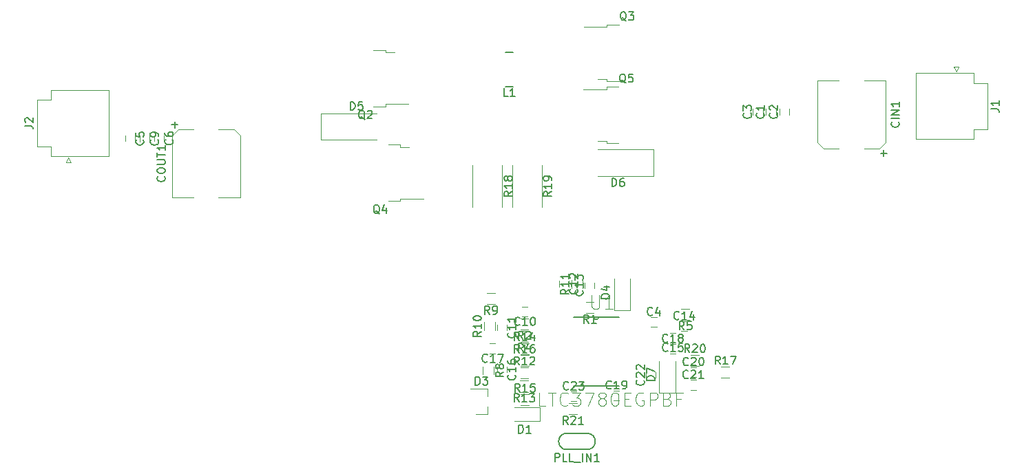
<source format=gbr>
G04 #@! TF.GenerationSoftware,KiCad,Pcbnew,(5.1.0-0)*
G04 #@! TF.CreationDate,2019-05-04T19:02:41+01:00*
G04 #@! TF.ProjectId,LTC3780,4c544333-3738-4302-9e6b-696361645f70,rev?*
G04 #@! TF.SameCoordinates,Original*
G04 #@! TF.FileFunction,Legend,Top*
G04 #@! TF.FilePolarity,Positive*
%FSLAX46Y46*%
G04 Gerber Fmt 4.6, Leading zero omitted, Abs format (unit mm)*
G04 Created by KiCad (PCBNEW (5.1.0-0)) date 2019-05-04 19:02:41*
%MOMM*%
%LPD*%
G04 APERTURE LIST*
%ADD10C,0.120000*%
%ADD11C,0.150000*%
%ADD12C,0.152400*%
%ADD13C,0.050000*%
G04 APERTURE END LIST*
D10*
X187015880Y-97870840D02*
X189015880Y-97870840D01*
X189015880Y-97870840D02*
X189015880Y-93970840D01*
X187015880Y-97870840D02*
X187015880Y-93970840D01*
X151891720Y-62621840D02*
X153391720Y-62621840D01*
X153391720Y-62621840D02*
X153391720Y-62351840D01*
X153391720Y-62351840D02*
X156221720Y-62351840D01*
X151891720Y-55721840D02*
X153391720Y-55721840D01*
X153391720Y-55721840D02*
X153391720Y-55991840D01*
X153391720Y-55991840D02*
X154491720Y-55991840D01*
X169923840Y-96388640D02*
X170923840Y-96388640D01*
X170923840Y-97748640D02*
X169923840Y-97748640D01*
X171007660Y-99432660D02*
X170007660Y-99432660D01*
X170007660Y-98072660D02*
X171007660Y-98072660D01*
D11*
X175661000Y-102852980D02*
X178161000Y-102852980D01*
X175661000Y-104852980D02*
X178161000Y-104852980D01*
X175661000Y-102852980D02*
G75*
G03X175661000Y-104852980I0J-1000000D01*
G01*
X178161000Y-104852980D02*
G75*
G03X178161000Y-102852980I0J1000000D01*
G01*
X169084960Y-60202500D02*
X168094960Y-60202500D01*
X169084960Y-56002500D02*
X168094960Y-56002500D01*
D10*
X119316520Y-68737380D02*
X112276520Y-68737380D01*
X112276520Y-68737380D02*
X112276520Y-67537380D01*
X112276520Y-67537380D02*
X110576520Y-67537380D01*
X110576520Y-67537380D02*
X110576520Y-61837380D01*
X110576520Y-61837380D02*
X112276520Y-61837380D01*
X112276520Y-61837380D02*
X112276520Y-60637380D01*
X112276520Y-60637380D02*
X119316520Y-60637380D01*
X119316520Y-60637380D02*
X119316520Y-68737380D01*
X114396520Y-68937380D02*
X114696520Y-69537380D01*
X114696520Y-69537380D02*
X114096520Y-69537380D01*
X114096520Y-69537380D02*
X114396520Y-68937380D01*
X218617780Y-58539480D02*
X225657780Y-58539480D01*
X225657780Y-58539480D02*
X225657780Y-59739480D01*
X225657780Y-59739480D02*
X227357780Y-59739480D01*
X227357780Y-59739480D02*
X227357780Y-65439480D01*
X227357780Y-65439480D02*
X225657780Y-65439480D01*
X225657780Y-65439480D02*
X225657780Y-66639480D01*
X225657780Y-66639480D02*
X218617780Y-66639480D01*
X218617780Y-66639480D02*
X218617780Y-58539480D01*
X223537780Y-58339480D02*
X223237780Y-57739480D01*
X223237780Y-57739480D02*
X223837780Y-57739480D01*
X223837780Y-57739480D02*
X223537780Y-58339480D01*
X186352260Y-71167260D02*
X186352260Y-67867260D01*
X186352260Y-67867260D02*
X179452260Y-67867260D01*
X186352260Y-71167260D02*
X179452260Y-71167260D01*
X145388880Y-63457820D02*
X145388880Y-66757820D01*
X145388880Y-66757820D02*
X152288880Y-66757820D01*
X145388880Y-63457820D02*
X152288880Y-63457820D01*
X181468520Y-87754020D02*
X183468520Y-87754020D01*
X183468520Y-87754020D02*
X183468520Y-83854020D01*
X181468520Y-87754020D02*
X181468520Y-83854020D01*
X165928580Y-100535860D02*
X165928580Y-99605860D01*
X165928580Y-97375860D02*
X165928580Y-98305860D01*
X165928580Y-97375860D02*
X163768580Y-97375860D01*
X165928580Y-100535860D02*
X164468580Y-100535860D01*
X172387340Y-101380660D02*
X172387340Y-99680660D01*
X172387340Y-99680660D02*
X169237340Y-99680660D01*
X172387340Y-101380660D02*
X169237340Y-101380660D01*
D12*
X179578000Y-88544400D02*
G75*
G02X178968400Y-88544400I-304800J0D01*
G01*
X178968400Y-88544400D02*
X176479200Y-88544400D01*
X179578000Y-88544400D02*
X178968400Y-88544400D01*
X182067200Y-88544400D02*
X179578000Y-88544400D01*
X176479200Y-97028000D02*
X182067200Y-97028000D01*
D10*
X175936020Y-99162320D02*
X176936020Y-99162320D01*
X176936020Y-100522320D02*
X175936020Y-100522320D01*
X191899160Y-94566020D02*
X190899160Y-94566020D01*
X190899160Y-93206020D02*
X191899160Y-93206020D01*
X168926420Y-75056340D02*
X168926420Y-69856340D01*
X172566420Y-69856340D02*
X172566420Y-75056340D01*
X164090260Y-75045880D02*
X164090260Y-69845880D01*
X167730260Y-69845880D02*
X167730260Y-75045880D01*
X195643120Y-96031600D02*
X194643120Y-96031600D01*
X194643120Y-94671600D02*
X195643120Y-94671600D01*
X170972100Y-94609200D02*
X169972100Y-94609200D01*
X169972100Y-93249200D02*
X170972100Y-93249200D01*
X170972100Y-93123300D02*
X169972100Y-93123300D01*
X169972100Y-91763300D02*
X170972100Y-91763300D01*
X170954320Y-96120500D02*
X169954320Y-96120500D01*
X169954320Y-94760500D02*
X170954320Y-94760500D01*
X177613860Y-84003260D02*
X177613860Y-85003260D01*
X176253860Y-85003260D02*
X176253860Y-84003260D01*
X166831560Y-89177240D02*
X166831560Y-90177240D01*
X165471560Y-90177240D02*
X165471560Y-89177240D01*
X165826820Y-85608880D02*
X166826820Y-85608880D01*
X166826820Y-86968880D02*
X165826820Y-86968880D01*
X165324240Y-95630620D02*
X165324240Y-94630620D01*
X166684240Y-94630620D02*
X166684240Y-95630620D01*
X189738380Y-87518960D02*
X190738380Y-87518960D01*
X190738380Y-88878960D02*
X189738380Y-88878960D01*
X169949240Y-90236760D02*
X170949240Y-90236760D01*
X170949240Y-91596760D02*
X169949240Y-91596760D01*
X169944160Y-88725460D02*
X170944160Y-88725460D01*
X170944160Y-90085460D02*
X169944160Y-90085460D01*
X177998500Y-86708700D02*
X178998500Y-86708700D01*
X178998500Y-88068700D02*
X177998500Y-88068700D01*
X127862600Y-65456800D02*
X129782600Y-65456800D01*
X134722600Y-65456800D02*
X132802600Y-65456800D01*
X127102600Y-73836800D02*
X129782600Y-73836800D01*
X135482600Y-73836800D02*
X132802600Y-73836800D01*
X127102600Y-73836800D02*
X127102600Y-66216800D01*
X127102600Y-66216800D02*
X127862600Y-65456800D01*
X134722600Y-65456800D02*
X135482600Y-66216800D01*
X135482600Y-66216800D02*
X135482600Y-73836800D01*
X214832200Y-59424300D02*
X212202200Y-59424300D01*
X206452200Y-59424300D02*
X209082200Y-59424300D01*
X207212200Y-67804300D02*
X209082200Y-67804300D01*
X214072200Y-67804300D02*
X212202200Y-67804300D01*
X214832200Y-59424300D02*
X214832200Y-67044300D01*
X214832200Y-67044300D02*
X214072200Y-67804300D01*
X207212200Y-67804300D02*
X206452200Y-67044300D01*
X206452200Y-67044300D02*
X206452200Y-59424300D01*
X176149520Y-97698000D02*
X176849520Y-97698000D01*
X176849520Y-98898000D02*
X176149520Y-98898000D01*
X185394040Y-96024180D02*
X185394040Y-95324180D01*
X186594040Y-95324180D02*
X186594040Y-96024180D01*
X190861200Y-96301000D02*
X191561200Y-96301000D01*
X191561200Y-97501000D02*
X190861200Y-97501000D01*
X190886600Y-94726200D02*
X191586600Y-94726200D01*
X191586600Y-95926200D02*
X190886600Y-95926200D01*
X181417480Y-97593860D02*
X182117480Y-97593860D01*
X182117480Y-98793860D02*
X181417480Y-98793860D01*
X188344060Y-91850920D02*
X189044060Y-91850920D01*
X189044060Y-93050920D02*
X188344060Y-93050920D01*
X166885100Y-93012820D02*
X166185100Y-93012820D01*
X166185100Y-91812820D02*
X166885100Y-91812820D01*
X168275560Y-94676480D02*
X168275560Y-95376480D01*
X167075560Y-95376480D02*
X167075560Y-94676480D01*
X189056760Y-91666620D02*
X188356760Y-91666620D01*
X188356760Y-90466620D02*
X189056760Y-90466620D01*
X189746140Y-89062000D02*
X190446140Y-89062000D01*
X190446140Y-90262000D02*
X189746140Y-90262000D01*
X177865480Y-84987880D02*
X177865480Y-84287880D01*
X179065480Y-84287880D02*
X179065480Y-84987880D01*
X175903180Y-84110080D02*
X175903180Y-84810080D01*
X174703180Y-84810080D02*
X174703180Y-84110080D01*
X168267940Y-89479640D02*
X168267940Y-90179640D01*
X167067940Y-90179640D02*
X167067940Y-89479640D01*
X170860200Y-88463680D02*
X170160200Y-88463680D01*
X170160200Y-87263680D02*
X170860200Y-87263680D01*
X124371660Y-66233560D02*
X124371660Y-66933560D01*
X123171660Y-66933560D02*
X123171660Y-66233560D01*
X126147120Y-66190380D02*
X126147120Y-66890380D01*
X124947120Y-66890380D02*
X124947120Y-66190380D01*
X122568260Y-66225940D02*
X122568260Y-66925940D01*
X121368260Y-66925940D02*
X121368260Y-66225940D01*
X186009800Y-88556540D02*
X186709800Y-88556540D01*
X186709800Y-89756540D02*
X186009800Y-89756540D01*
X198558860Y-63636640D02*
X198558860Y-62936640D01*
X199758860Y-62936640D02*
X199758860Y-63636640D01*
X201782120Y-63634100D02*
X201782120Y-62934100D01*
X202982120Y-62934100D02*
X202982120Y-63634100D01*
X200156520Y-63634100D02*
X200156520Y-62934100D01*
X201356520Y-62934100D02*
X201356520Y-63634100D01*
X180603040Y-59225100D02*
X179503040Y-59225100D01*
X180603040Y-59495100D02*
X180603040Y-59225100D01*
X182103040Y-59495100D02*
X180603040Y-59495100D01*
X180603040Y-52865100D02*
X177773040Y-52865100D01*
X180603040Y-52595100D02*
X180603040Y-52865100D01*
X182103040Y-52595100D02*
X180603040Y-52595100D01*
X155200200Y-67612340D02*
X156300200Y-67612340D01*
X155200200Y-67342340D02*
X155200200Y-67612340D01*
X153700200Y-67342340D02*
X155200200Y-67342340D01*
X155200200Y-73972340D02*
X158030200Y-73972340D01*
X155200200Y-74242340D02*
X155200200Y-73972340D01*
X153700200Y-74242340D02*
X155200200Y-74242340D01*
X182027420Y-60230340D02*
X180527420Y-60230340D01*
X180527420Y-60230340D02*
X180527420Y-60500340D01*
X180527420Y-60500340D02*
X177697420Y-60500340D01*
X182027420Y-67130340D02*
X180527420Y-67130340D01*
X180527420Y-67130340D02*
X180527420Y-66860340D01*
X180527420Y-66860340D02*
X179427420Y-66860340D01*
D11*
X186468260Y-96358935D02*
X185468260Y-96358935D01*
X185468260Y-96120840D01*
X185515880Y-95977982D01*
X185611118Y-95882744D01*
X185706356Y-95835125D01*
X185896832Y-95787506D01*
X186039689Y-95787506D01*
X186230165Y-95835125D01*
X186325403Y-95882744D01*
X186420641Y-95977982D01*
X186468260Y-96120840D01*
X186468260Y-96358935D01*
X185468260Y-95454173D02*
X185468260Y-94787506D01*
X186468260Y-95216078D01*
X150826481Y-64219459D02*
X150731243Y-64171840D01*
X150636005Y-64076601D01*
X150493148Y-63933744D01*
X150397910Y-63886125D01*
X150302672Y-63886125D01*
X150350291Y-64124220D02*
X150255053Y-64076601D01*
X150159815Y-63981363D01*
X150112196Y-63790887D01*
X150112196Y-63457554D01*
X150159815Y-63267078D01*
X150255053Y-63171840D01*
X150350291Y-63124220D01*
X150540767Y-63124220D01*
X150636005Y-63171840D01*
X150731243Y-63267078D01*
X150778862Y-63457554D01*
X150778862Y-63790887D01*
X150731243Y-63981363D01*
X150636005Y-64076601D01*
X150540767Y-64124220D01*
X150350291Y-64124220D01*
X151159815Y-63219459D02*
X151207434Y-63171840D01*
X151302672Y-63124220D01*
X151540767Y-63124220D01*
X151636005Y-63171840D01*
X151683624Y-63219459D01*
X151731243Y-63314697D01*
X151731243Y-63409935D01*
X151683624Y-63552792D01*
X151112196Y-64124220D01*
X151731243Y-64124220D01*
X169780982Y-98971020D02*
X169447649Y-98494830D01*
X169209554Y-98971020D02*
X169209554Y-97971020D01*
X169590506Y-97971020D01*
X169685744Y-98018640D01*
X169733363Y-98066259D01*
X169780982Y-98161497D01*
X169780982Y-98304354D01*
X169733363Y-98399592D01*
X169685744Y-98447211D01*
X169590506Y-98494830D01*
X169209554Y-98494830D01*
X170733363Y-98971020D02*
X170161935Y-98971020D01*
X170447649Y-98971020D02*
X170447649Y-97971020D01*
X170352411Y-98113878D01*
X170257173Y-98209116D01*
X170161935Y-98256735D01*
X171066697Y-97971020D02*
X171685744Y-97971020D01*
X171352411Y-98351973D01*
X171495268Y-98351973D01*
X171590506Y-98399592D01*
X171638125Y-98447211D01*
X171685744Y-98542449D01*
X171685744Y-98780544D01*
X171638125Y-98875782D01*
X171590506Y-98923401D01*
X171495268Y-98971020D01*
X171209554Y-98971020D01*
X171114316Y-98923401D01*
X171066697Y-98875782D01*
X169864802Y-97755040D02*
X169531469Y-97278850D01*
X169293374Y-97755040D02*
X169293374Y-96755040D01*
X169674326Y-96755040D01*
X169769564Y-96802660D01*
X169817183Y-96850279D01*
X169864802Y-96945517D01*
X169864802Y-97088374D01*
X169817183Y-97183612D01*
X169769564Y-97231231D01*
X169674326Y-97278850D01*
X169293374Y-97278850D01*
X170817183Y-97755040D02*
X170245755Y-97755040D01*
X170531469Y-97755040D02*
X170531469Y-96755040D01*
X170436231Y-96897898D01*
X170340993Y-96993136D01*
X170245755Y-97040755D01*
X171721945Y-96755040D02*
X171245755Y-96755040D01*
X171198136Y-97231231D01*
X171245755Y-97183612D01*
X171340993Y-97135993D01*
X171579088Y-97135993D01*
X171674326Y-97183612D01*
X171721945Y-97231231D01*
X171769564Y-97326469D01*
X171769564Y-97564564D01*
X171721945Y-97659802D01*
X171674326Y-97707421D01*
X171579088Y-97755040D01*
X171340993Y-97755040D01*
X171245755Y-97707421D01*
X171198136Y-97659802D01*
X174220523Y-106305360D02*
X174220523Y-105305360D01*
X174601476Y-105305360D01*
X174696714Y-105352980D01*
X174744333Y-105400599D01*
X174791952Y-105495837D01*
X174791952Y-105638694D01*
X174744333Y-105733932D01*
X174696714Y-105781551D01*
X174601476Y-105829170D01*
X174220523Y-105829170D01*
X175696714Y-106305360D02*
X175220523Y-106305360D01*
X175220523Y-105305360D01*
X176506238Y-106305360D02*
X176030047Y-106305360D01*
X176030047Y-105305360D01*
X176601476Y-106400599D02*
X177363380Y-106400599D01*
X177601476Y-106305360D02*
X177601476Y-105305360D01*
X178077666Y-106305360D02*
X178077666Y-105305360D01*
X178649095Y-106305360D01*
X178649095Y-105305360D01*
X179649095Y-106305360D02*
X179077666Y-106305360D01*
X179363380Y-106305360D02*
X179363380Y-105305360D01*
X179268142Y-105448218D01*
X179172904Y-105543456D01*
X179077666Y-105591075D01*
X168423293Y-61404880D02*
X167947102Y-61404880D01*
X167947102Y-60404880D01*
X169280436Y-61404880D02*
X168709007Y-61404880D01*
X168994721Y-61404880D02*
X168994721Y-60404880D01*
X168899483Y-60547738D01*
X168804245Y-60642976D01*
X168709007Y-60690595D01*
X109048900Y-65020713D02*
X109763186Y-65020713D01*
X109906043Y-65068332D01*
X110001281Y-65163570D01*
X110048900Y-65306427D01*
X110048900Y-65401665D01*
X109144139Y-64592141D02*
X109096520Y-64544522D01*
X109048900Y-64449284D01*
X109048900Y-64211189D01*
X109096520Y-64115951D01*
X109144139Y-64068332D01*
X109239377Y-64020713D01*
X109334615Y-64020713D01*
X109477472Y-64068332D01*
X110048900Y-64639760D01*
X110048900Y-64020713D01*
X227790160Y-62922813D02*
X228504446Y-62922813D01*
X228647303Y-62970432D01*
X228742541Y-63065670D01*
X228790160Y-63208527D01*
X228790160Y-63303765D01*
X228790160Y-61922813D02*
X228790160Y-62494241D01*
X228790160Y-62208527D02*
X227790160Y-62208527D01*
X227933018Y-62303765D01*
X228028256Y-62399003D01*
X228075875Y-62494241D01*
X181214164Y-72469640D02*
X181214164Y-71469640D01*
X181452260Y-71469640D01*
X181595117Y-71517260D01*
X181690355Y-71612498D01*
X181737974Y-71707736D01*
X181785593Y-71898212D01*
X181785593Y-72041069D01*
X181737974Y-72231545D01*
X181690355Y-72326783D01*
X181595117Y-72422021D01*
X181452260Y-72469640D01*
X181214164Y-72469640D01*
X182642736Y-71469640D02*
X182452260Y-71469640D01*
X182357021Y-71517260D01*
X182309402Y-71564879D01*
X182214164Y-71707736D01*
X182166545Y-71898212D01*
X182166545Y-72279164D01*
X182214164Y-72374402D01*
X182261783Y-72422021D01*
X182357021Y-72469640D01*
X182547498Y-72469640D01*
X182642736Y-72422021D01*
X182690355Y-72374402D01*
X182737974Y-72279164D01*
X182737974Y-72041069D01*
X182690355Y-71945831D01*
X182642736Y-71898212D01*
X182547498Y-71850593D01*
X182357021Y-71850593D01*
X182261783Y-71898212D01*
X182214164Y-71945831D01*
X182166545Y-72041069D01*
X149050784Y-63060200D02*
X149050784Y-62060200D01*
X149288880Y-62060200D01*
X149431737Y-62107820D01*
X149526975Y-62203058D01*
X149574594Y-62298296D01*
X149622213Y-62488772D01*
X149622213Y-62631629D01*
X149574594Y-62822105D01*
X149526975Y-62917343D01*
X149431737Y-63012581D01*
X149288880Y-63060200D01*
X149050784Y-63060200D01*
X150526975Y-62060200D02*
X150050784Y-62060200D01*
X150003165Y-62536391D01*
X150050784Y-62488772D01*
X150146022Y-62441153D01*
X150384118Y-62441153D01*
X150479356Y-62488772D01*
X150526975Y-62536391D01*
X150574594Y-62631629D01*
X150574594Y-62869724D01*
X150526975Y-62964962D01*
X150479356Y-63012581D01*
X150384118Y-63060200D01*
X150146022Y-63060200D01*
X150050784Y-63012581D01*
X150003165Y-62964962D01*
X180920900Y-86242115D02*
X179920900Y-86242115D01*
X179920900Y-86004020D01*
X179968520Y-85861162D01*
X180063758Y-85765924D01*
X180158996Y-85718305D01*
X180349472Y-85670686D01*
X180492329Y-85670686D01*
X180682805Y-85718305D01*
X180778043Y-85765924D01*
X180873281Y-85861162D01*
X180920900Y-86004020D01*
X180920900Y-86242115D01*
X180254234Y-84813543D02*
X180920900Y-84813543D01*
X179873281Y-85051639D02*
X180587567Y-85289734D01*
X180587567Y-84670686D01*
X164430484Y-96908240D02*
X164430484Y-95908240D01*
X164668580Y-95908240D01*
X164811437Y-95955860D01*
X164906675Y-96051098D01*
X164954294Y-96146336D01*
X165001913Y-96336812D01*
X165001913Y-96479669D01*
X164954294Y-96670145D01*
X164906675Y-96765383D01*
X164811437Y-96860621D01*
X164668580Y-96908240D01*
X164430484Y-96908240D01*
X165335246Y-95908240D02*
X165954294Y-95908240D01*
X165620960Y-96289193D01*
X165763818Y-96289193D01*
X165859056Y-96336812D01*
X165906675Y-96384431D01*
X165954294Y-96479669D01*
X165954294Y-96717764D01*
X165906675Y-96813002D01*
X165859056Y-96860621D01*
X165763818Y-96908240D01*
X165478103Y-96908240D01*
X165382865Y-96860621D01*
X165335246Y-96813002D01*
X169749244Y-102833040D02*
X169749244Y-101833040D01*
X169987340Y-101833040D01*
X170130197Y-101880660D01*
X170225435Y-101975898D01*
X170273054Y-102071136D01*
X170320673Y-102261612D01*
X170320673Y-102404469D01*
X170273054Y-102594945D01*
X170225435Y-102690183D01*
X170130197Y-102785421D01*
X169987340Y-102833040D01*
X169749244Y-102833040D01*
X171273054Y-102833040D02*
X170701625Y-102833040D01*
X170987340Y-102833040D02*
X170987340Y-101833040D01*
X170892101Y-101975898D01*
X170796863Y-102071136D01*
X170701625Y-102118755D01*
D13*
X178734463Y-85888288D02*
X178734463Y-87216951D01*
X178812620Y-87373265D01*
X178890776Y-87451421D01*
X179047090Y-87529578D01*
X179359716Y-87529578D01*
X179516030Y-87451421D01*
X179594186Y-87373265D01*
X179672343Y-87216951D01*
X179672343Y-85888288D01*
X181313633Y-87529578D02*
X180375753Y-87529578D01*
X180844693Y-87529578D02*
X180844693Y-85888288D01*
X180688380Y-86122758D01*
X180532066Y-86279071D01*
X180375753Y-86357228D01*
X173056530Y-99475550D02*
X172275130Y-99475550D01*
X172275130Y-97834610D01*
X173369090Y-97834610D02*
X174306770Y-97834610D01*
X173837930Y-99475550D02*
X173837930Y-97834610D01*
X175791430Y-99319270D02*
X175713290Y-99397410D01*
X175478870Y-99475550D01*
X175322590Y-99475550D01*
X175088170Y-99397410D01*
X174931890Y-99241130D01*
X174853750Y-99084850D01*
X174775610Y-98772290D01*
X174775610Y-98537870D01*
X174853750Y-98225310D01*
X174931890Y-98069030D01*
X175088170Y-97912750D01*
X175322590Y-97834610D01*
X175478870Y-97834610D01*
X175713290Y-97912750D01*
X175791430Y-97990890D01*
X176338410Y-97834610D02*
X177354230Y-97834610D01*
X176807250Y-98459730D01*
X177041670Y-98459730D01*
X177197950Y-98537870D01*
X177276090Y-98616010D01*
X177354230Y-98772290D01*
X177354230Y-99162990D01*
X177276090Y-99319270D01*
X177197950Y-99397410D01*
X177041670Y-99475550D01*
X176572830Y-99475550D01*
X176416550Y-99397410D01*
X176338410Y-99319270D01*
X177901210Y-97834610D02*
X178995170Y-97834610D01*
X178291910Y-99475550D01*
X179854710Y-98537870D02*
X179698430Y-98459730D01*
X179620290Y-98381590D01*
X179542150Y-98225310D01*
X179542150Y-98147170D01*
X179620290Y-97990890D01*
X179698430Y-97912750D01*
X179854710Y-97834610D01*
X180167270Y-97834610D01*
X180323550Y-97912750D01*
X180401690Y-97990890D01*
X180479830Y-98147170D01*
X180479830Y-98225310D01*
X180401690Y-98381590D01*
X180323550Y-98459730D01*
X180167270Y-98537870D01*
X179854710Y-98537870D01*
X179698430Y-98616010D01*
X179620290Y-98694150D01*
X179542150Y-98850430D01*
X179542150Y-99162990D01*
X179620290Y-99319270D01*
X179698430Y-99397410D01*
X179854710Y-99475550D01*
X180167270Y-99475550D01*
X180323550Y-99397410D01*
X180401690Y-99319270D01*
X180479830Y-99162990D01*
X180479830Y-98850430D01*
X180401690Y-98694150D01*
X180323550Y-98616010D01*
X180167270Y-98537870D01*
X181495650Y-97834610D02*
X181651930Y-97834610D01*
X181808210Y-97912750D01*
X181886350Y-97990890D01*
X181964490Y-98147170D01*
X182042630Y-98459730D01*
X182042630Y-98850430D01*
X181964490Y-99162990D01*
X181886350Y-99319270D01*
X181808210Y-99397410D01*
X181651930Y-99475550D01*
X181495650Y-99475550D01*
X181339370Y-99397410D01*
X181261230Y-99319270D01*
X181183090Y-99162990D01*
X181104950Y-98850430D01*
X181104950Y-98459730D01*
X181183090Y-98147170D01*
X181261230Y-97990890D01*
X181339370Y-97912750D01*
X181495650Y-97834610D01*
X182745890Y-98616010D02*
X183292870Y-98616010D01*
X183527290Y-99475550D02*
X182745890Y-99475550D01*
X182745890Y-97834610D01*
X183527290Y-97834610D01*
X185090090Y-97912750D02*
X184933810Y-97834610D01*
X184699390Y-97834610D01*
X184464970Y-97912750D01*
X184308690Y-98069030D01*
X184230550Y-98225310D01*
X184152410Y-98537870D01*
X184152410Y-98772290D01*
X184230550Y-99084850D01*
X184308690Y-99241130D01*
X184464970Y-99397410D01*
X184699390Y-99475550D01*
X184855670Y-99475550D01*
X185090090Y-99397410D01*
X185168230Y-99319270D01*
X185168230Y-98772290D01*
X184855670Y-98772290D01*
X185871490Y-99475550D02*
X185871490Y-97834610D01*
X186496610Y-97834610D01*
X186652890Y-97912750D01*
X186731030Y-97990890D01*
X186809170Y-98147170D01*
X186809170Y-98381590D01*
X186731030Y-98537870D01*
X186652890Y-98616010D01*
X186496610Y-98694150D01*
X185871490Y-98694150D01*
X188059410Y-98616010D02*
X188293830Y-98694150D01*
X188371970Y-98772290D01*
X188450110Y-98928570D01*
X188450110Y-99162990D01*
X188371970Y-99319270D01*
X188293830Y-99397410D01*
X188137550Y-99475550D01*
X187512430Y-99475550D01*
X187512430Y-97834610D01*
X188059410Y-97834610D01*
X188215690Y-97912750D01*
X188293830Y-97990890D01*
X188371970Y-98147170D01*
X188371970Y-98303450D01*
X188293830Y-98459730D01*
X188215690Y-98537870D01*
X188059410Y-98616010D01*
X187512430Y-98616010D01*
X189700350Y-98616010D02*
X189153370Y-98616010D01*
X189153370Y-99475550D02*
X189153370Y-97834610D01*
X189934770Y-97834610D01*
D11*
X175793162Y-101744700D02*
X175459829Y-101268510D01*
X175221734Y-101744700D02*
X175221734Y-100744700D01*
X175602686Y-100744700D01*
X175697924Y-100792320D01*
X175745543Y-100839939D01*
X175793162Y-100935177D01*
X175793162Y-101078034D01*
X175745543Y-101173272D01*
X175697924Y-101220891D01*
X175602686Y-101268510D01*
X175221734Y-101268510D01*
X176174115Y-100839939D02*
X176221734Y-100792320D01*
X176316972Y-100744700D01*
X176555067Y-100744700D01*
X176650305Y-100792320D01*
X176697924Y-100839939D01*
X176745543Y-100935177D01*
X176745543Y-101030415D01*
X176697924Y-101173272D01*
X176126496Y-101744700D01*
X176745543Y-101744700D01*
X177697924Y-101744700D02*
X177126496Y-101744700D01*
X177412210Y-101744700D02*
X177412210Y-100744700D01*
X177316972Y-100887558D01*
X177221734Y-100982796D01*
X177126496Y-101030415D01*
X190756302Y-92888400D02*
X190422969Y-92412210D01*
X190184874Y-92888400D02*
X190184874Y-91888400D01*
X190565826Y-91888400D01*
X190661064Y-91936020D01*
X190708683Y-91983639D01*
X190756302Y-92078877D01*
X190756302Y-92221734D01*
X190708683Y-92316972D01*
X190661064Y-92364591D01*
X190565826Y-92412210D01*
X190184874Y-92412210D01*
X191137255Y-91983639D02*
X191184874Y-91936020D01*
X191280112Y-91888400D01*
X191518207Y-91888400D01*
X191613445Y-91936020D01*
X191661064Y-91983639D01*
X191708683Y-92078877D01*
X191708683Y-92174115D01*
X191661064Y-92316972D01*
X191089636Y-92888400D01*
X191708683Y-92888400D01*
X192327731Y-91888400D02*
X192422969Y-91888400D01*
X192518207Y-91936020D01*
X192565826Y-91983639D01*
X192613445Y-92078877D01*
X192661064Y-92269353D01*
X192661064Y-92507448D01*
X192613445Y-92697924D01*
X192565826Y-92793162D01*
X192518207Y-92840781D01*
X192422969Y-92888400D01*
X192327731Y-92888400D01*
X192232493Y-92840781D01*
X192184874Y-92793162D01*
X192137255Y-92697924D01*
X192089636Y-92507448D01*
X192089636Y-92269353D01*
X192137255Y-92078877D01*
X192184874Y-91983639D01*
X192232493Y-91936020D01*
X192327731Y-91888400D01*
X173798800Y-73099197D02*
X173322610Y-73432530D01*
X173798800Y-73670625D02*
X172798800Y-73670625D01*
X172798800Y-73289673D01*
X172846420Y-73194435D01*
X172894039Y-73146816D01*
X172989277Y-73099197D01*
X173132134Y-73099197D01*
X173227372Y-73146816D01*
X173274991Y-73194435D01*
X173322610Y-73289673D01*
X173322610Y-73670625D01*
X173798800Y-72146816D02*
X173798800Y-72718244D01*
X173798800Y-72432530D02*
X172798800Y-72432530D01*
X172941658Y-72527768D01*
X173036896Y-72623006D01*
X173084515Y-72718244D01*
X173798800Y-71670625D02*
X173798800Y-71480149D01*
X173751181Y-71384911D01*
X173703562Y-71337292D01*
X173560705Y-71242054D01*
X173370229Y-71194435D01*
X172989277Y-71194435D01*
X172894039Y-71242054D01*
X172846420Y-71289673D01*
X172798800Y-71384911D01*
X172798800Y-71575387D01*
X172846420Y-71670625D01*
X172894039Y-71718244D01*
X172989277Y-71765863D01*
X173227372Y-71765863D01*
X173322610Y-71718244D01*
X173370229Y-71670625D01*
X173417848Y-71575387D01*
X173417848Y-71384911D01*
X173370229Y-71289673D01*
X173322610Y-71242054D01*
X173227372Y-71194435D01*
X168962640Y-73088737D02*
X168486450Y-73422070D01*
X168962640Y-73660165D02*
X167962640Y-73660165D01*
X167962640Y-73279213D01*
X168010260Y-73183975D01*
X168057879Y-73136356D01*
X168153117Y-73088737D01*
X168295974Y-73088737D01*
X168391212Y-73136356D01*
X168438831Y-73183975D01*
X168486450Y-73279213D01*
X168486450Y-73660165D01*
X168962640Y-72136356D02*
X168962640Y-72707784D01*
X168962640Y-72422070D02*
X167962640Y-72422070D01*
X168105498Y-72517308D01*
X168200736Y-72612546D01*
X168248355Y-72707784D01*
X168391212Y-71564927D02*
X168343593Y-71660165D01*
X168295974Y-71707784D01*
X168200736Y-71755403D01*
X168153117Y-71755403D01*
X168057879Y-71707784D01*
X168010260Y-71660165D01*
X167962640Y-71564927D01*
X167962640Y-71374451D01*
X168010260Y-71279213D01*
X168057879Y-71231594D01*
X168153117Y-71183975D01*
X168200736Y-71183975D01*
X168295974Y-71231594D01*
X168343593Y-71279213D01*
X168391212Y-71374451D01*
X168391212Y-71564927D01*
X168438831Y-71660165D01*
X168486450Y-71707784D01*
X168581688Y-71755403D01*
X168772164Y-71755403D01*
X168867402Y-71707784D01*
X168915021Y-71660165D01*
X168962640Y-71564927D01*
X168962640Y-71374451D01*
X168915021Y-71279213D01*
X168867402Y-71231594D01*
X168772164Y-71183975D01*
X168581688Y-71183975D01*
X168486450Y-71231594D01*
X168438831Y-71279213D01*
X168391212Y-71374451D01*
X194500262Y-94353980D02*
X194166929Y-93877790D01*
X193928834Y-94353980D02*
X193928834Y-93353980D01*
X194309786Y-93353980D01*
X194405024Y-93401600D01*
X194452643Y-93449219D01*
X194500262Y-93544457D01*
X194500262Y-93687314D01*
X194452643Y-93782552D01*
X194405024Y-93830171D01*
X194309786Y-93877790D01*
X193928834Y-93877790D01*
X195452643Y-94353980D02*
X194881215Y-94353980D01*
X195166929Y-94353980D02*
X195166929Y-93353980D01*
X195071691Y-93496838D01*
X194976453Y-93592076D01*
X194881215Y-93639695D01*
X195785977Y-93353980D02*
X196452643Y-93353980D01*
X196024072Y-94353980D01*
X169829242Y-92931580D02*
X169495909Y-92455390D01*
X169257814Y-92931580D02*
X169257814Y-91931580D01*
X169638766Y-91931580D01*
X169734004Y-91979200D01*
X169781623Y-92026819D01*
X169829242Y-92122057D01*
X169829242Y-92264914D01*
X169781623Y-92360152D01*
X169734004Y-92407771D01*
X169638766Y-92455390D01*
X169257814Y-92455390D01*
X170781623Y-92931580D02*
X170210195Y-92931580D01*
X170495909Y-92931580D02*
X170495909Y-91931580D01*
X170400671Y-92074438D01*
X170305433Y-92169676D01*
X170210195Y-92217295D01*
X171638766Y-91931580D02*
X171448290Y-91931580D01*
X171353052Y-91979200D01*
X171305433Y-92026819D01*
X171210195Y-92169676D01*
X171162576Y-92360152D01*
X171162576Y-92741104D01*
X171210195Y-92836342D01*
X171257814Y-92883961D01*
X171353052Y-92931580D01*
X171543528Y-92931580D01*
X171638766Y-92883961D01*
X171686385Y-92836342D01*
X171734004Y-92741104D01*
X171734004Y-92503009D01*
X171686385Y-92407771D01*
X171638766Y-92360152D01*
X171543528Y-92312533D01*
X171353052Y-92312533D01*
X171257814Y-92360152D01*
X171210195Y-92407771D01*
X171162576Y-92503009D01*
X169829242Y-91445680D02*
X169495909Y-90969490D01*
X169257814Y-91445680D02*
X169257814Y-90445680D01*
X169638766Y-90445680D01*
X169734004Y-90493300D01*
X169781623Y-90540919D01*
X169829242Y-90636157D01*
X169829242Y-90779014D01*
X169781623Y-90874252D01*
X169734004Y-90921871D01*
X169638766Y-90969490D01*
X169257814Y-90969490D01*
X170781623Y-91445680D02*
X170210195Y-91445680D01*
X170495909Y-91445680D02*
X170495909Y-90445680D01*
X170400671Y-90588538D01*
X170305433Y-90683776D01*
X170210195Y-90731395D01*
X171638766Y-90779014D02*
X171638766Y-91445680D01*
X171400671Y-90398061D02*
X171162576Y-91112347D01*
X171781623Y-91112347D01*
X169811462Y-94442880D02*
X169478129Y-93966690D01*
X169240034Y-94442880D02*
X169240034Y-93442880D01*
X169620986Y-93442880D01*
X169716224Y-93490500D01*
X169763843Y-93538119D01*
X169811462Y-93633357D01*
X169811462Y-93776214D01*
X169763843Y-93871452D01*
X169716224Y-93919071D01*
X169620986Y-93966690D01*
X169240034Y-93966690D01*
X170763843Y-94442880D02*
X170192415Y-94442880D01*
X170478129Y-94442880D02*
X170478129Y-93442880D01*
X170382891Y-93585738D01*
X170287653Y-93680976D01*
X170192415Y-93728595D01*
X171144796Y-93538119D02*
X171192415Y-93490500D01*
X171287653Y-93442880D01*
X171525748Y-93442880D01*
X171620986Y-93490500D01*
X171668605Y-93538119D01*
X171716224Y-93633357D01*
X171716224Y-93728595D01*
X171668605Y-93871452D01*
X171097177Y-94442880D01*
X171716224Y-94442880D01*
X175936240Y-85146117D02*
X175460050Y-85479450D01*
X175936240Y-85717545D02*
X174936240Y-85717545D01*
X174936240Y-85336593D01*
X174983860Y-85241355D01*
X175031479Y-85193736D01*
X175126717Y-85146117D01*
X175269574Y-85146117D01*
X175364812Y-85193736D01*
X175412431Y-85241355D01*
X175460050Y-85336593D01*
X175460050Y-85717545D01*
X175936240Y-84193736D02*
X175936240Y-84765164D01*
X175936240Y-84479450D02*
X174936240Y-84479450D01*
X175079098Y-84574688D01*
X175174336Y-84669926D01*
X175221955Y-84765164D01*
X175936240Y-83241355D02*
X175936240Y-83812783D01*
X175936240Y-83527069D02*
X174936240Y-83527069D01*
X175079098Y-83622307D01*
X175174336Y-83717545D01*
X175221955Y-83812783D01*
X165153940Y-90320097D02*
X164677750Y-90653430D01*
X165153940Y-90891525D02*
X164153940Y-90891525D01*
X164153940Y-90510573D01*
X164201560Y-90415335D01*
X164249179Y-90367716D01*
X164344417Y-90320097D01*
X164487274Y-90320097D01*
X164582512Y-90367716D01*
X164630131Y-90415335D01*
X164677750Y-90510573D01*
X164677750Y-90891525D01*
X165153940Y-89367716D02*
X165153940Y-89939144D01*
X165153940Y-89653430D02*
X164153940Y-89653430D01*
X164296798Y-89748668D01*
X164392036Y-89843906D01*
X164439655Y-89939144D01*
X164153940Y-88748668D02*
X164153940Y-88653430D01*
X164201560Y-88558192D01*
X164249179Y-88510573D01*
X164344417Y-88462954D01*
X164534893Y-88415335D01*
X164772988Y-88415335D01*
X164963464Y-88462954D01*
X165058702Y-88510573D01*
X165106321Y-88558192D01*
X165153940Y-88653430D01*
X165153940Y-88748668D01*
X165106321Y-88843906D01*
X165058702Y-88891525D01*
X164963464Y-88939144D01*
X164772988Y-88986763D01*
X164534893Y-88986763D01*
X164344417Y-88939144D01*
X164249179Y-88891525D01*
X164201560Y-88843906D01*
X164153940Y-88748668D01*
X166160153Y-88191260D02*
X165826820Y-87715070D01*
X165588724Y-88191260D02*
X165588724Y-87191260D01*
X165969677Y-87191260D01*
X166064915Y-87238880D01*
X166112534Y-87286499D01*
X166160153Y-87381737D01*
X166160153Y-87524594D01*
X166112534Y-87619832D01*
X166064915Y-87667451D01*
X165969677Y-87715070D01*
X165588724Y-87715070D01*
X166636343Y-88191260D02*
X166826820Y-88191260D01*
X166922058Y-88143641D01*
X166969677Y-88096022D01*
X167064915Y-87953165D01*
X167112534Y-87762689D01*
X167112534Y-87381737D01*
X167064915Y-87286499D01*
X167017296Y-87238880D01*
X166922058Y-87191260D01*
X166731581Y-87191260D01*
X166636343Y-87238880D01*
X166588724Y-87286499D01*
X166541105Y-87381737D01*
X166541105Y-87619832D01*
X166588724Y-87715070D01*
X166636343Y-87762689D01*
X166731581Y-87810308D01*
X166922058Y-87810308D01*
X167017296Y-87762689D01*
X167064915Y-87715070D01*
X167112534Y-87619832D01*
X167906620Y-95297286D02*
X167430430Y-95630620D01*
X167906620Y-95868715D02*
X166906620Y-95868715D01*
X166906620Y-95487762D01*
X166954240Y-95392524D01*
X167001859Y-95344905D01*
X167097097Y-95297286D01*
X167239954Y-95297286D01*
X167335192Y-95344905D01*
X167382811Y-95392524D01*
X167430430Y-95487762D01*
X167430430Y-95868715D01*
X167335192Y-94725858D02*
X167287573Y-94821096D01*
X167239954Y-94868715D01*
X167144716Y-94916334D01*
X167097097Y-94916334D01*
X167001859Y-94868715D01*
X166954240Y-94821096D01*
X166906620Y-94725858D01*
X166906620Y-94535381D01*
X166954240Y-94440143D01*
X167001859Y-94392524D01*
X167097097Y-94344905D01*
X167144716Y-94344905D01*
X167239954Y-94392524D01*
X167287573Y-94440143D01*
X167335192Y-94535381D01*
X167335192Y-94725858D01*
X167382811Y-94821096D01*
X167430430Y-94868715D01*
X167525668Y-94916334D01*
X167716144Y-94916334D01*
X167811382Y-94868715D01*
X167859001Y-94821096D01*
X167906620Y-94725858D01*
X167906620Y-94535381D01*
X167859001Y-94440143D01*
X167811382Y-94392524D01*
X167716144Y-94344905D01*
X167525668Y-94344905D01*
X167430430Y-94392524D01*
X167382811Y-94440143D01*
X167335192Y-94535381D01*
X190071713Y-90101340D02*
X189738380Y-89625150D01*
X189500284Y-90101340D02*
X189500284Y-89101340D01*
X189881237Y-89101340D01*
X189976475Y-89148960D01*
X190024094Y-89196579D01*
X190071713Y-89291817D01*
X190071713Y-89434674D01*
X190024094Y-89529912D01*
X189976475Y-89577531D01*
X189881237Y-89625150D01*
X189500284Y-89625150D01*
X190976475Y-89101340D02*
X190500284Y-89101340D01*
X190452665Y-89577531D01*
X190500284Y-89529912D01*
X190595522Y-89482293D01*
X190833618Y-89482293D01*
X190928856Y-89529912D01*
X190976475Y-89577531D01*
X191024094Y-89672769D01*
X191024094Y-89910864D01*
X190976475Y-90006102D01*
X190928856Y-90053721D01*
X190833618Y-90101340D01*
X190595522Y-90101340D01*
X190500284Y-90053721D01*
X190452665Y-90006102D01*
X170282573Y-92819140D02*
X169949240Y-92342950D01*
X169711144Y-92819140D02*
X169711144Y-91819140D01*
X170092097Y-91819140D01*
X170187335Y-91866760D01*
X170234954Y-91914379D01*
X170282573Y-92009617D01*
X170282573Y-92152474D01*
X170234954Y-92247712D01*
X170187335Y-92295331D01*
X170092097Y-92342950D01*
X169711144Y-92342950D01*
X171139716Y-92152474D02*
X171139716Y-92819140D01*
X170901620Y-91771521D02*
X170663525Y-92485807D01*
X171282573Y-92485807D01*
X170277493Y-91307840D02*
X169944160Y-90831650D01*
X169706064Y-91307840D02*
X169706064Y-90307840D01*
X170087017Y-90307840D01*
X170182255Y-90355460D01*
X170229874Y-90403079D01*
X170277493Y-90498317D01*
X170277493Y-90641174D01*
X170229874Y-90736412D01*
X170182255Y-90784031D01*
X170087017Y-90831650D01*
X169706064Y-90831650D01*
X170658445Y-90403079D02*
X170706064Y-90355460D01*
X170801302Y-90307840D01*
X171039398Y-90307840D01*
X171134636Y-90355460D01*
X171182255Y-90403079D01*
X171229874Y-90498317D01*
X171229874Y-90593555D01*
X171182255Y-90736412D01*
X170610826Y-91307840D01*
X171229874Y-91307840D01*
X178331833Y-89291080D02*
X177998500Y-88814890D01*
X177760404Y-89291080D02*
X177760404Y-88291080D01*
X178141357Y-88291080D01*
X178236595Y-88338700D01*
X178284214Y-88386319D01*
X178331833Y-88481557D01*
X178331833Y-88624414D01*
X178284214Y-88719652D01*
X178236595Y-88767271D01*
X178141357Y-88814890D01*
X177760404Y-88814890D01*
X179284214Y-89291080D02*
X178712785Y-89291080D01*
X178998500Y-89291080D02*
X178998500Y-88291080D01*
X178903261Y-88433938D01*
X178808023Y-88529176D01*
X178712785Y-88576795D01*
X126199742Y-71242038D02*
X126247361Y-71289657D01*
X126294980Y-71432514D01*
X126294980Y-71527752D01*
X126247361Y-71670609D01*
X126152123Y-71765847D01*
X126056885Y-71813466D01*
X125866409Y-71861085D01*
X125723552Y-71861085D01*
X125533076Y-71813466D01*
X125437838Y-71765847D01*
X125342600Y-71670609D01*
X125294980Y-71527752D01*
X125294980Y-71432514D01*
X125342600Y-71289657D01*
X125390219Y-71242038D01*
X125294980Y-70622990D02*
X125294980Y-70432514D01*
X125342600Y-70337276D01*
X125437838Y-70242038D01*
X125628314Y-70194419D01*
X125961647Y-70194419D01*
X126152123Y-70242038D01*
X126247361Y-70337276D01*
X126294980Y-70432514D01*
X126294980Y-70622990D01*
X126247361Y-70718228D01*
X126152123Y-70813466D01*
X125961647Y-70861085D01*
X125628314Y-70861085D01*
X125437838Y-70813466D01*
X125342600Y-70718228D01*
X125294980Y-70622990D01*
X125294980Y-69765847D02*
X126104504Y-69765847D01*
X126199742Y-69718228D01*
X126247361Y-69670609D01*
X126294980Y-69575371D01*
X126294980Y-69384895D01*
X126247361Y-69289657D01*
X126199742Y-69242038D01*
X126104504Y-69194419D01*
X125294980Y-69194419D01*
X125294980Y-68861085D02*
X125294980Y-68289657D01*
X126294980Y-68575371D02*
X125294980Y-68575371D01*
X126294980Y-67432514D02*
X126294980Y-68003942D01*
X126294980Y-67718228D02*
X125294980Y-67718228D01*
X125437838Y-67813466D01*
X125533076Y-67908704D01*
X125580695Y-68003942D01*
X127454028Y-65247752D02*
X127454028Y-64485847D01*
X127834980Y-64866800D02*
X127073076Y-64866800D01*
X216449342Y-64542871D02*
X216496961Y-64590490D01*
X216544580Y-64733347D01*
X216544580Y-64828585D01*
X216496961Y-64971442D01*
X216401723Y-65066680D01*
X216306485Y-65114300D01*
X216116009Y-65161919D01*
X215973152Y-65161919D01*
X215782676Y-65114300D01*
X215687438Y-65066680D01*
X215592200Y-64971442D01*
X215544580Y-64828585D01*
X215544580Y-64733347D01*
X215592200Y-64590490D01*
X215639819Y-64542871D01*
X216544580Y-64114300D02*
X215544580Y-64114300D01*
X216544580Y-63638109D02*
X215544580Y-63638109D01*
X216544580Y-63066680D01*
X215544580Y-63066680D01*
X216544580Y-62066680D02*
X216544580Y-62638109D01*
X216544580Y-62352395D02*
X215544580Y-62352395D01*
X215687438Y-62447633D01*
X215782676Y-62542871D01*
X215830295Y-62638109D01*
X214623628Y-68775252D02*
X214623628Y-68013347D01*
X215004580Y-68394300D02*
X214242676Y-68394300D01*
X175856662Y-97405142D02*
X175809043Y-97452761D01*
X175666186Y-97500380D01*
X175570948Y-97500380D01*
X175428091Y-97452761D01*
X175332853Y-97357523D01*
X175285234Y-97262285D01*
X175237615Y-97071809D01*
X175237615Y-96928952D01*
X175285234Y-96738476D01*
X175332853Y-96643238D01*
X175428091Y-96548000D01*
X175570948Y-96500380D01*
X175666186Y-96500380D01*
X175809043Y-96548000D01*
X175856662Y-96595619D01*
X176237615Y-96595619D02*
X176285234Y-96548000D01*
X176380472Y-96500380D01*
X176618567Y-96500380D01*
X176713805Y-96548000D01*
X176761424Y-96595619D01*
X176809043Y-96690857D01*
X176809043Y-96786095D01*
X176761424Y-96928952D01*
X176189996Y-97500380D01*
X176809043Y-97500380D01*
X177142377Y-96500380D02*
X177761424Y-96500380D01*
X177428091Y-96881333D01*
X177570948Y-96881333D01*
X177666186Y-96928952D01*
X177713805Y-96976571D01*
X177761424Y-97071809D01*
X177761424Y-97309904D01*
X177713805Y-97405142D01*
X177666186Y-97452761D01*
X177570948Y-97500380D01*
X177285234Y-97500380D01*
X177189996Y-97452761D01*
X177142377Y-97405142D01*
X185101182Y-96317037D02*
X185148801Y-96364656D01*
X185196420Y-96507513D01*
X185196420Y-96602751D01*
X185148801Y-96745608D01*
X185053563Y-96840846D01*
X184958325Y-96888465D01*
X184767849Y-96936084D01*
X184624992Y-96936084D01*
X184434516Y-96888465D01*
X184339278Y-96840846D01*
X184244040Y-96745608D01*
X184196420Y-96602751D01*
X184196420Y-96507513D01*
X184244040Y-96364656D01*
X184291659Y-96317037D01*
X184291659Y-95936084D02*
X184244040Y-95888465D01*
X184196420Y-95793227D01*
X184196420Y-95555132D01*
X184244040Y-95459894D01*
X184291659Y-95412275D01*
X184386897Y-95364656D01*
X184482135Y-95364656D01*
X184624992Y-95412275D01*
X185196420Y-95983703D01*
X185196420Y-95364656D01*
X184291659Y-94983703D02*
X184244040Y-94936084D01*
X184196420Y-94840846D01*
X184196420Y-94602751D01*
X184244040Y-94507513D01*
X184291659Y-94459894D01*
X184386897Y-94412275D01*
X184482135Y-94412275D01*
X184624992Y-94459894D01*
X185196420Y-95031322D01*
X185196420Y-94412275D01*
X190568342Y-96008142D02*
X190520723Y-96055761D01*
X190377866Y-96103380D01*
X190282628Y-96103380D01*
X190139771Y-96055761D01*
X190044533Y-95960523D01*
X189996914Y-95865285D01*
X189949295Y-95674809D01*
X189949295Y-95531952D01*
X189996914Y-95341476D01*
X190044533Y-95246238D01*
X190139771Y-95151000D01*
X190282628Y-95103380D01*
X190377866Y-95103380D01*
X190520723Y-95151000D01*
X190568342Y-95198619D01*
X190949295Y-95198619D02*
X190996914Y-95151000D01*
X191092152Y-95103380D01*
X191330247Y-95103380D01*
X191425485Y-95151000D01*
X191473104Y-95198619D01*
X191520723Y-95293857D01*
X191520723Y-95389095D01*
X191473104Y-95531952D01*
X190901676Y-96103380D01*
X191520723Y-96103380D01*
X192473104Y-96103380D02*
X191901676Y-96103380D01*
X192187390Y-96103380D02*
X192187390Y-95103380D01*
X192092152Y-95246238D01*
X191996914Y-95341476D01*
X191901676Y-95389095D01*
X190593742Y-94433342D02*
X190546123Y-94480961D01*
X190403266Y-94528580D01*
X190308028Y-94528580D01*
X190165171Y-94480961D01*
X190069933Y-94385723D01*
X190022314Y-94290485D01*
X189974695Y-94100009D01*
X189974695Y-93957152D01*
X190022314Y-93766676D01*
X190069933Y-93671438D01*
X190165171Y-93576200D01*
X190308028Y-93528580D01*
X190403266Y-93528580D01*
X190546123Y-93576200D01*
X190593742Y-93623819D01*
X190974695Y-93623819D02*
X191022314Y-93576200D01*
X191117552Y-93528580D01*
X191355647Y-93528580D01*
X191450885Y-93576200D01*
X191498504Y-93623819D01*
X191546123Y-93719057D01*
X191546123Y-93814295D01*
X191498504Y-93957152D01*
X190927076Y-94528580D01*
X191546123Y-94528580D01*
X192165171Y-93528580D02*
X192260409Y-93528580D01*
X192355647Y-93576200D01*
X192403266Y-93623819D01*
X192450885Y-93719057D01*
X192498504Y-93909533D01*
X192498504Y-94147628D01*
X192450885Y-94338104D01*
X192403266Y-94433342D01*
X192355647Y-94480961D01*
X192260409Y-94528580D01*
X192165171Y-94528580D01*
X192069933Y-94480961D01*
X192022314Y-94433342D01*
X191974695Y-94338104D01*
X191927076Y-94147628D01*
X191927076Y-93909533D01*
X191974695Y-93719057D01*
X192022314Y-93623819D01*
X192069933Y-93576200D01*
X192165171Y-93528580D01*
X181124622Y-97301002D02*
X181077003Y-97348621D01*
X180934146Y-97396240D01*
X180838908Y-97396240D01*
X180696051Y-97348621D01*
X180600813Y-97253383D01*
X180553194Y-97158145D01*
X180505575Y-96967669D01*
X180505575Y-96824812D01*
X180553194Y-96634336D01*
X180600813Y-96539098D01*
X180696051Y-96443860D01*
X180838908Y-96396240D01*
X180934146Y-96396240D01*
X181077003Y-96443860D01*
X181124622Y-96491479D01*
X182077003Y-97396240D02*
X181505575Y-97396240D01*
X181791289Y-97396240D02*
X181791289Y-96396240D01*
X181696051Y-96539098D01*
X181600813Y-96634336D01*
X181505575Y-96681955D01*
X182553194Y-97396240D02*
X182743670Y-97396240D01*
X182838908Y-97348621D01*
X182886527Y-97301002D01*
X182981765Y-97158145D01*
X183029384Y-96967669D01*
X183029384Y-96586717D01*
X182981765Y-96491479D01*
X182934146Y-96443860D01*
X182838908Y-96396240D01*
X182648432Y-96396240D01*
X182553194Y-96443860D01*
X182505575Y-96491479D01*
X182457956Y-96586717D01*
X182457956Y-96824812D01*
X182505575Y-96920050D01*
X182553194Y-96967669D01*
X182648432Y-97015288D01*
X182838908Y-97015288D01*
X182934146Y-96967669D01*
X182981765Y-96920050D01*
X183029384Y-96824812D01*
X188051202Y-91558062D02*
X188003583Y-91605681D01*
X187860726Y-91653300D01*
X187765488Y-91653300D01*
X187622631Y-91605681D01*
X187527393Y-91510443D01*
X187479774Y-91415205D01*
X187432155Y-91224729D01*
X187432155Y-91081872D01*
X187479774Y-90891396D01*
X187527393Y-90796158D01*
X187622631Y-90700920D01*
X187765488Y-90653300D01*
X187860726Y-90653300D01*
X188003583Y-90700920D01*
X188051202Y-90748539D01*
X189003583Y-91653300D02*
X188432155Y-91653300D01*
X188717869Y-91653300D02*
X188717869Y-90653300D01*
X188622631Y-90796158D01*
X188527393Y-90891396D01*
X188432155Y-90939015D01*
X189575012Y-91081872D02*
X189479774Y-91034253D01*
X189432155Y-90986634D01*
X189384536Y-90891396D01*
X189384536Y-90843777D01*
X189432155Y-90748539D01*
X189479774Y-90700920D01*
X189575012Y-90653300D01*
X189765488Y-90653300D01*
X189860726Y-90700920D01*
X189908345Y-90748539D01*
X189955964Y-90843777D01*
X189955964Y-90891396D01*
X189908345Y-90986634D01*
X189860726Y-91034253D01*
X189765488Y-91081872D01*
X189575012Y-91081872D01*
X189479774Y-91129491D01*
X189432155Y-91177110D01*
X189384536Y-91272348D01*
X189384536Y-91462824D01*
X189432155Y-91558062D01*
X189479774Y-91605681D01*
X189575012Y-91653300D01*
X189765488Y-91653300D01*
X189860726Y-91605681D01*
X189908345Y-91558062D01*
X189955964Y-91462824D01*
X189955964Y-91272348D01*
X189908345Y-91177110D01*
X189860726Y-91129491D01*
X189765488Y-91081872D01*
X165892242Y-94019962D02*
X165844623Y-94067581D01*
X165701766Y-94115200D01*
X165606528Y-94115200D01*
X165463671Y-94067581D01*
X165368433Y-93972343D01*
X165320814Y-93877105D01*
X165273195Y-93686629D01*
X165273195Y-93543772D01*
X165320814Y-93353296D01*
X165368433Y-93258058D01*
X165463671Y-93162820D01*
X165606528Y-93115200D01*
X165701766Y-93115200D01*
X165844623Y-93162820D01*
X165892242Y-93210439D01*
X166844623Y-94115200D02*
X166273195Y-94115200D01*
X166558909Y-94115200D02*
X166558909Y-93115200D01*
X166463671Y-93258058D01*
X166368433Y-93353296D01*
X166273195Y-93400915D01*
X167177957Y-93115200D02*
X167844623Y-93115200D01*
X167416052Y-94115200D01*
X169282702Y-95669337D02*
X169330321Y-95716956D01*
X169377940Y-95859813D01*
X169377940Y-95955051D01*
X169330321Y-96097908D01*
X169235083Y-96193146D01*
X169139845Y-96240765D01*
X168949369Y-96288384D01*
X168806512Y-96288384D01*
X168616036Y-96240765D01*
X168520798Y-96193146D01*
X168425560Y-96097908D01*
X168377940Y-95955051D01*
X168377940Y-95859813D01*
X168425560Y-95716956D01*
X168473179Y-95669337D01*
X169377940Y-94716956D02*
X169377940Y-95288384D01*
X169377940Y-95002670D02*
X168377940Y-95002670D01*
X168520798Y-95097908D01*
X168616036Y-95193146D01*
X168663655Y-95288384D01*
X168377940Y-93859813D02*
X168377940Y-94050289D01*
X168425560Y-94145527D01*
X168473179Y-94193146D01*
X168616036Y-94288384D01*
X168806512Y-94336003D01*
X169187464Y-94336003D01*
X169282702Y-94288384D01*
X169330321Y-94240765D01*
X169377940Y-94145527D01*
X169377940Y-93955051D01*
X169330321Y-93859813D01*
X169282702Y-93812194D01*
X169187464Y-93764575D01*
X168949369Y-93764575D01*
X168854131Y-93812194D01*
X168806512Y-93859813D01*
X168758893Y-93955051D01*
X168758893Y-94145527D01*
X168806512Y-94240765D01*
X168854131Y-94288384D01*
X168949369Y-94336003D01*
X188063902Y-92673762D02*
X188016283Y-92721381D01*
X187873426Y-92769000D01*
X187778188Y-92769000D01*
X187635331Y-92721381D01*
X187540093Y-92626143D01*
X187492474Y-92530905D01*
X187444855Y-92340429D01*
X187444855Y-92197572D01*
X187492474Y-92007096D01*
X187540093Y-91911858D01*
X187635331Y-91816620D01*
X187778188Y-91769000D01*
X187873426Y-91769000D01*
X188016283Y-91816620D01*
X188063902Y-91864239D01*
X189016283Y-92769000D02*
X188444855Y-92769000D01*
X188730569Y-92769000D02*
X188730569Y-91769000D01*
X188635331Y-91911858D01*
X188540093Y-92007096D01*
X188444855Y-92054715D01*
X189921045Y-91769000D02*
X189444855Y-91769000D01*
X189397236Y-92245191D01*
X189444855Y-92197572D01*
X189540093Y-92149953D01*
X189778188Y-92149953D01*
X189873426Y-92197572D01*
X189921045Y-92245191D01*
X189968664Y-92340429D01*
X189968664Y-92578524D01*
X189921045Y-92673762D01*
X189873426Y-92721381D01*
X189778188Y-92769000D01*
X189540093Y-92769000D01*
X189444855Y-92721381D01*
X189397236Y-92673762D01*
X189453282Y-88769142D02*
X189405663Y-88816761D01*
X189262806Y-88864380D01*
X189167568Y-88864380D01*
X189024711Y-88816761D01*
X188929473Y-88721523D01*
X188881854Y-88626285D01*
X188834235Y-88435809D01*
X188834235Y-88292952D01*
X188881854Y-88102476D01*
X188929473Y-88007238D01*
X189024711Y-87912000D01*
X189167568Y-87864380D01*
X189262806Y-87864380D01*
X189405663Y-87912000D01*
X189453282Y-87959619D01*
X190405663Y-88864380D02*
X189834235Y-88864380D01*
X190119949Y-88864380D02*
X190119949Y-87864380D01*
X190024711Y-88007238D01*
X189929473Y-88102476D01*
X189834235Y-88150095D01*
X191262806Y-88197714D02*
X191262806Y-88864380D01*
X191024711Y-87816761D02*
X190786616Y-88531047D01*
X191405663Y-88531047D01*
X177572622Y-85280737D02*
X177620241Y-85328356D01*
X177667860Y-85471213D01*
X177667860Y-85566451D01*
X177620241Y-85709308D01*
X177525003Y-85804546D01*
X177429765Y-85852165D01*
X177239289Y-85899784D01*
X177096432Y-85899784D01*
X176905956Y-85852165D01*
X176810718Y-85804546D01*
X176715480Y-85709308D01*
X176667860Y-85566451D01*
X176667860Y-85471213D01*
X176715480Y-85328356D01*
X176763099Y-85280737D01*
X177667860Y-84328356D02*
X177667860Y-84899784D01*
X177667860Y-84614070D02*
X176667860Y-84614070D01*
X176810718Y-84709308D01*
X176905956Y-84804546D01*
X176953575Y-84899784D01*
X176667860Y-83995022D02*
X176667860Y-83375975D01*
X177048813Y-83709308D01*
X177048813Y-83566451D01*
X177096432Y-83471213D01*
X177144051Y-83423594D01*
X177239289Y-83375975D01*
X177477384Y-83375975D01*
X177572622Y-83423594D01*
X177620241Y-83471213D01*
X177667860Y-83566451D01*
X177667860Y-83852165D01*
X177620241Y-83947403D01*
X177572622Y-83995022D01*
X176910322Y-85102937D02*
X176957941Y-85150556D01*
X177005560Y-85293413D01*
X177005560Y-85388651D01*
X176957941Y-85531508D01*
X176862703Y-85626746D01*
X176767465Y-85674365D01*
X176576989Y-85721984D01*
X176434132Y-85721984D01*
X176243656Y-85674365D01*
X176148418Y-85626746D01*
X176053180Y-85531508D01*
X176005560Y-85388651D01*
X176005560Y-85293413D01*
X176053180Y-85150556D01*
X176100799Y-85102937D01*
X177005560Y-84150556D02*
X177005560Y-84721984D01*
X177005560Y-84436270D02*
X176005560Y-84436270D01*
X176148418Y-84531508D01*
X176243656Y-84626746D01*
X176291275Y-84721984D01*
X176100799Y-83769603D02*
X176053180Y-83721984D01*
X176005560Y-83626746D01*
X176005560Y-83388651D01*
X176053180Y-83293413D01*
X176100799Y-83245794D01*
X176196037Y-83198175D01*
X176291275Y-83198175D01*
X176434132Y-83245794D01*
X177005560Y-83817222D01*
X177005560Y-83198175D01*
X169275082Y-90472497D02*
X169322701Y-90520116D01*
X169370320Y-90662973D01*
X169370320Y-90758211D01*
X169322701Y-90901068D01*
X169227463Y-90996306D01*
X169132225Y-91043925D01*
X168941749Y-91091544D01*
X168798892Y-91091544D01*
X168608416Y-91043925D01*
X168513178Y-90996306D01*
X168417940Y-90901068D01*
X168370320Y-90758211D01*
X168370320Y-90662973D01*
X168417940Y-90520116D01*
X168465559Y-90472497D01*
X169370320Y-89520116D02*
X169370320Y-90091544D01*
X169370320Y-89805830D02*
X168370320Y-89805830D01*
X168513178Y-89901068D01*
X168608416Y-89996306D01*
X168656035Y-90091544D01*
X169370320Y-88567735D02*
X169370320Y-89139163D01*
X169370320Y-88853449D02*
X168370320Y-88853449D01*
X168513178Y-88948687D01*
X168608416Y-89043925D01*
X168656035Y-89139163D01*
X169867342Y-89470822D02*
X169819723Y-89518441D01*
X169676866Y-89566060D01*
X169581628Y-89566060D01*
X169438771Y-89518441D01*
X169343533Y-89423203D01*
X169295914Y-89327965D01*
X169248295Y-89137489D01*
X169248295Y-88994632D01*
X169295914Y-88804156D01*
X169343533Y-88708918D01*
X169438771Y-88613680D01*
X169581628Y-88566060D01*
X169676866Y-88566060D01*
X169819723Y-88613680D01*
X169867342Y-88661299D01*
X170819723Y-89566060D02*
X170248295Y-89566060D01*
X170534009Y-89566060D02*
X170534009Y-88566060D01*
X170438771Y-88708918D01*
X170343533Y-88804156D01*
X170248295Y-88851775D01*
X171438771Y-88566060D02*
X171534009Y-88566060D01*
X171629247Y-88613680D01*
X171676866Y-88661299D01*
X171724485Y-88756537D01*
X171772104Y-88947013D01*
X171772104Y-89185108D01*
X171724485Y-89375584D01*
X171676866Y-89470822D01*
X171629247Y-89518441D01*
X171534009Y-89566060D01*
X171438771Y-89566060D01*
X171343533Y-89518441D01*
X171295914Y-89470822D01*
X171248295Y-89375584D01*
X171200676Y-89185108D01*
X171200676Y-88947013D01*
X171248295Y-88756537D01*
X171295914Y-88661299D01*
X171343533Y-88613680D01*
X171438771Y-88566060D01*
X125378802Y-66750226D02*
X125426421Y-66797845D01*
X125474040Y-66940702D01*
X125474040Y-67035940D01*
X125426421Y-67178798D01*
X125331183Y-67274036D01*
X125235945Y-67321655D01*
X125045469Y-67369274D01*
X124902612Y-67369274D01*
X124712136Y-67321655D01*
X124616898Y-67274036D01*
X124521660Y-67178798D01*
X124474040Y-67035940D01*
X124474040Y-66940702D01*
X124521660Y-66797845D01*
X124569279Y-66750226D01*
X125474040Y-66274036D02*
X125474040Y-66083560D01*
X125426421Y-65988321D01*
X125378802Y-65940702D01*
X125235945Y-65845464D01*
X125045469Y-65797845D01*
X124664517Y-65797845D01*
X124569279Y-65845464D01*
X124521660Y-65893083D01*
X124474040Y-65988321D01*
X124474040Y-66178798D01*
X124521660Y-66274036D01*
X124569279Y-66321655D01*
X124664517Y-66369274D01*
X124902612Y-66369274D01*
X124997850Y-66321655D01*
X125045469Y-66274036D01*
X125093088Y-66178798D01*
X125093088Y-65988321D01*
X125045469Y-65893083D01*
X124997850Y-65845464D01*
X124902612Y-65797845D01*
X127154262Y-66707046D02*
X127201881Y-66754665D01*
X127249500Y-66897522D01*
X127249500Y-66992760D01*
X127201881Y-67135618D01*
X127106643Y-67230856D01*
X127011405Y-67278475D01*
X126820929Y-67326094D01*
X126678072Y-67326094D01*
X126487596Y-67278475D01*
X126392358Y-67230856D01*
X126297120Y-67135618D01*
X126249500Y-66992760D01*
X126249500Y-66897522D01*
X126297120Y-66754665D01*
X126344739Y-66707046D01*
X126249500Y-65849903D02*
X126249500Y-66040380D01*
X126297120Y-66135618D01*
X126344739Y-66183237D01*
X126487596Y-66278475D01*
X126678072Y-66326094D01*
X127059024Y-66326094D01*
X127154262Y-66278475D01*
X127201881Y-66230856D01*
X127249500Y-66135618D01*
X127249500Y-65945141D01*
X127201881Y-65849903D01*
X127154262Y-65802284D01*
X127059024Y-65754665D01*
X126820929Y-65754665D01*
X126725691Y-65802284D01*
X126678072Y-65849903D01*
X126630453Y-65945141D01*
X126630453Y-66135618D01*
X126678072Y-66230856D01*
X126725691Y-66278475D01*
X126820929Y-66326094D01*
X123575402Y-66742606D02*
X123623021Y-66790225D01*
X123670640Y-66933082D01*
X123670640Y-67028320D01*
X123623021Y-67171178D01*
X123527783Y-67266416D01*
X123432545Y-67314035D01*
X123242069Y-67361654D01*
X123099212Y-67361654D01*
X122908736Y-67314035D01*
X122813498Y-67266416D01*
X122718260Y-67171178D01*
X122670640Y-67028320D01*
X122670640Y-66933082D01*
X122718260Y-66790225D01*
X122765879Y-66742606D01*
X122670640Y-65837844D02*
X122670640Y-66314035D01*
X123146831Y-66361654D01*
X123099212Y-66314035D01*
X123051593Y-66218797D01*
X123051593Y-65980701D01*
X123099212Y-65885463D01*
X123146831Y-65837844D01*
X123242069Y-65790225D01*
X123480164Y-65790225D01*
X123575402Y-65837844D01*
X123623021Y-65885463D01*
X123670640Y-65980701D01*
X123670640Y-66218797D01*
X123623021Y-66314035D01*
X123575402Y-66361654D01*
X186193133Y-88263682D02*
X186145514Y-88311301D01*
X186002657Y-88358920D01*
X185907419Y-88358920D01*
X185764561Y-88311301D01*
X185669323Y-88216063D01*
X185621704Y-88120825D01*
X185574085Y-87930349D01*
X185574085Y-87787492D01*
X185621704Y-87597016D01*
X185669323Y-87501778D01*
X185764561Y-87406540D01*
X185907419Y-87358920D01*
X186002657Y-87358920D01*
X186145514Y-87406540D01*
X186193133Y-87454159D01*
X187050276Y-87692254D02*
X187050276Y-88358920D01*
X186812180Y-87311301D02*
X186574085Y-88025587D01*
X187193133Y-88025587D01*
X198266002Y-63453306D02*
X198313621Y-63500925D01*
X198361240Y-63643782D01*
X198361240Y-63739020D01*
X198313621Y-63881878D01*
X198218383Y-63977116D01*
X198123145Y-64024735D01*
X197932669Y-64072354D01*
X197789812Y-64072354D01*
X197599336Y-64024735D01*
X197504098Y-63977116D01*
X197408860Y-63881878D01*
X197361240Y-63739020D01*
X197361240Y-63643782D01*
X197408860Y-63500925D01*
X197456479Y-63453306D01*
X197361240Y-63119973D02*
X197361240Y-62500925D01*
X197742193Y-62834259D01*
X197742193Y-62691401D01*
X197789812Y-62596163D01*
X197837431Y-62548544D01*
X197932669Y-62500925D01*
X198170764Y-62500925D01*
X198266002Y-62548544D01*
X198313621Y-62596163D01*
X198361240Y-62691401D01*
X198361240Y-62977116D01*
X198313621Y-63072354D01*
X198266002Y-63119973D01*
X201489262Y-63450766D02*
X201536881Y-63498385D01*
X201584500Y-63641242D01*
X201584500Y-63736480D01*
X201536881Y-63879338D01*
X201441643Y-63974576D01*
X201346405Y-64022195D01*
X201155929Y-64069814D01*
X201013072Y-64069814D01*
X200822596Y-64022195D01*
X200727358Y-63974576D01*
X200632120Y-63879338D01*
X200584500Y-63736480D01*
X200584500Y-63641242D01*
X200632120Y-63498385D01*
X200679739Y-63450766D01*
X200679739Y-63069814D02*
X200632120Y-63022195D01*
X200584500Y-62926957D01*
X200584500Y-62688861D01*
X200632120Y-62593623D01*
X200679739Y-62546004D01*
X200774977Y-62498385D01*
X200870215Y-62498385D01*
X201013072Y-62546004D01*
X201584500Y-63117433D01*
X201584500Y-62498385D01*
X199863662Y-63450766D02*
X199911281Y-63498385D01*
X199958900Y-63641242D01*
X199958900Y-63736480D01*
X199911281Y-63879338D01*
X199816043Y-63974576D01*
X199720805Y-64022195D01*
X199530329Y-64069814D01*
X199387472Y-64069814D01*
X199196996Y-64022195D01*
X199101758Y-63974576D01*
X199006520Y-63879338D01*
X198958900Y-63736480D01*
X198958900Y-63641242D01*
X199006520Y-63498385D01*
X199054139Y-63450766D01*
X199958900Y-62498385D02*
X199958900Y-63069814D01*
X199958900Y-62784100D02*
X198958900Y-62784100D01*
X199101758Y-62879338D01*
X199196996Y-62974576D01*
X199244615Y-63069814D01*
X182977801Y-52092719D02*
X182882563Y-52045100D01*
X182787325Y-51949861D01*
X182644468Y-51807004D01*
X182549230Y-51759385D01*
X182453992Y-51759385D01*
X182501611Y-51997480D02*
X182406373Y-51949861D01*
X182311135Y-51854623D01*
X182263516Y-51664147D01*
X182263516Y-51330814D01*
X182311135Y-51140338D01*
X182406373Y-51045100D01*
X182501611Y-50997480D01*
X182692087Y-50997480D01*
X182787325Y-51045100D01*
X182882563Y-51140338D01*
X182930182Y-51330814D01*
X182930182Y-51664147D01*
X182882563Y-51854623D01*
X182787325Y-51949861D01*
X182692087Y-51997480D01*
X182501611Y-51997480D01*
X183263516Y-50997480D02*
X183882563Y-50997480D01*
X183549230Y-51378433D01*
X183692087Y-51378433D01*
X183787325Y-51426052D01*
X183834944Y-51473671D01*
X183882563Y-51568909D01*
X183882563Y-51807004D01*
X183834944Y-51902242D01*
X183787325Y-51949861D01*
X183692087Y-51997480D01*
X183406373Y-51997480D01*
X183311135Y-51949861D01*
X183263516Y-51902242D01*
X152634961Y-75839959D02*
X152539723Y-75792340D01*
X152444485Y-75697101D01*
X152301628Y-75554244D01*
X152206390Y-75506625D01*
X152111152Y-75506625D01*
X152158771Y-75744720D02*
X152063533Y-75697101D01*
X151968295Y-75601863D01*
X151920676Y-75411387D01*
X151920676Y-75078054D01*
X151968295Y-74887578D01*
X152063533Y-74792340D01*
X152158771Y-74744720D01*
X152349247Y-74744720D01*
X152444485Y-74792340D01*
X152539723Y-74887578D01*
X152587342Y-75078054D01*
X152587342Y-75411387D01*
X152539723Y-75601863D01*
X152444485Y-75697101D01*
X152349247Y-75744720D01*
X152158771Y-75744720D01*
X153444485Y-75078054D02*
X153444485Y-75744720D01*
X153206390Y-74697101D02*
X152968295Y-75411387D01*
X153587342Y-75411387D01*
X182902181Y-59727959D02*
X182806943Y-59680340D01*
X182711705Y-59585101D01*
X182568848Y-59442244D01*
X182473610Y-59394625D01*
X182378372Y-59394625D01*
X182425991Y-59632720D02*
X182330753Y-59585101D01*
X182235515Y-59489863D01*
X182187896Y-59299387D01*
X182187896Y-58966054D01*
X182235515Y-58775578D01*
X182330753Y-58680340D01*
X182425991Y-58632720D01*
X182616467Y-58632720D01*
X182711705Y-58680340D01*
X182806943Y-58775578D01*
X182854562Y-58966054D01*
X182854562Y-59299387D01*
X182806943Y-59489863D01*
X182711705Y-59585101D01*
X182616467Y-59632720D01*
X182425991Y-59632720D01*
X183759324Y-58632720D02*
X183283134Y-58632720D01*
X183235515Y-59108911D01*
X183283134Y-59061292D01*
X183378372Y-59013673D01*
X183616467Y-59013673D01*
X183711705Y-59061292D01*
X183759324Y-59108911D01*
X183806943Y-59204149D01*
X183806943Y-59442244D01*
X183759324Y-59537482D01*
X183711705Y-59585101D01*
X183616467Y-59632720D01*
X183378372Y-59632720D01*
X183283134Y-59585101D01*
X183235515Y-59537482D01*
M02*

</source>
